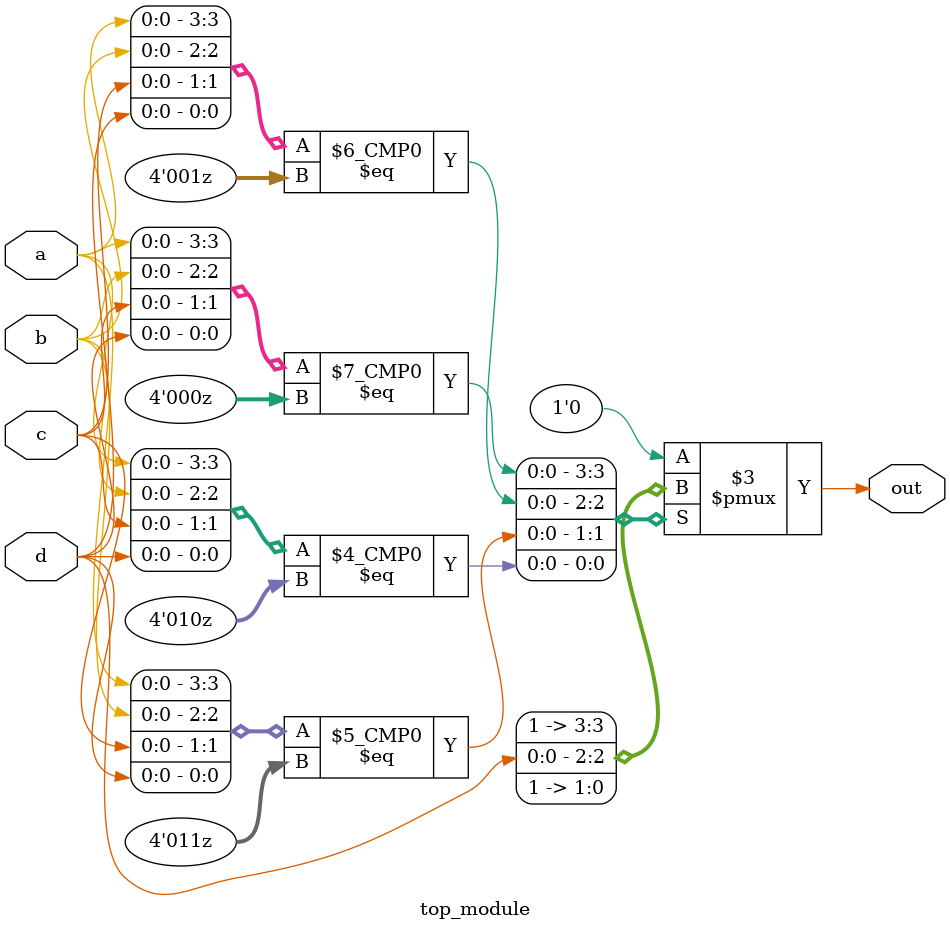
<source format=sv>
module top_module (
	input a,
	input b,
	input c,
	input d,
	output reg out
);

	always @(a, b, c, d)
	begin
		case ({a, b, c, d})
			4'b00? : out = 1;
			4'b01? : out = d;
			4'b11? : out = 1;
			4'b10? : out = 1;
			default: out = 0;
		endcase
	end

endmodule

</source>
